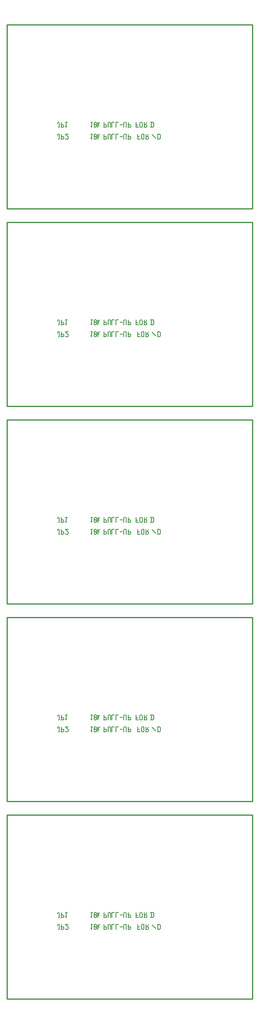
<source format=gbr>
G04 start of page 10 for group -4078 idx -4078 *
G04 Title: (unknown), bottomsilk *
G04 Creator: pcb 4.0.2 *
G04 CreationDate: Sun Oct 16 03:19:17 2022 UTC *
G04 For: ndholmes *
G04 Format: Gerber/RS-274X *
G04 PCB-Dimensions (mil): 3000.00 8100.00 *
G04 PCB-Coordinate-Origin: lower left *
%MOIN*%
%FSLAX25Y25*%
%LNBOTTOMSILK*%
%ADD77C,0.0080*%
%ADD76C,0.0100*%
G54D76*X249500Y479500D02*Y330500D01*
Y319500D02*Y170500D01*
Y159500D02*Y10500D01*
Y330500D02*X50500D01*
Y319500D02*X249500D01*
X50500Y170500D02*Y319500D01*
Y330500D02*Y479500D01*
X249500Y170500D02*X50500D01*
Y159500D02*X249500D01*
Y10500D02*X50500D01*
Y159500D01*
X249500Y650500D02*X50500D01*
Y639500D02*X249500D01*
Y490500D01*
X50500D01*
Y639500D01*
Y799500D02*X249500D01*
Y650500D01*
X50500D02*Y799500D01*
Y479500D02*X249500D01*
G54D77*X118500Y547800D02*X119300Y547000D01*
Y551000D01*
X118500D02*X120000D01*
X121200Y550500D02*X121700Y551000D01*
X121200Y547500D02*Y550500D01*
Y547500D02*X121700Y547000D01*
X122700D01*
X123200Y547500D01*
Y550500D01*
X122700Y551000D02*X123200Y550500D01*
X121700Y551000D02*X122700D01*
X121200Y550000D02*X123200Y548000D01*
X124400Y547000D02*Y551000D01*
Y549500D02*X125900Y551000D01*
X124400Y549500D02*X125400Y548500D01*
X129400Y547000D02*Y551000D01*
X128900Y547000D02*X130900D01*
X131400Y547500D01*
Y548500D01*
X130900Y549000D02*X131400Y548500D01*
X129400Y549000D02*X130900D01*
X132600Y547000D02*Y550500D01*
X133100Y551000D01*
X134100D01*
X134600Y550500D01*
Y547000D02*Y550500D01*
X135800Y547000D02*Y551000D01*
X137800D01*
X139000Y547000D02*Y551000D01*
X141000D01*
X142200Y549000D02*X144200D01*
X145400Y547000D02*Y550500D01*
X145900Y551000D01*
X146900D01*
X147400Y550500D01*
Y547000D02*Y550500D01*
X149100Y547000D02*Y551000D01*
X148600Y547000D02*X150600D01*
X151100Y547500D01*
Y548500D01*
X150600Y549000D02*X151100Y548500D01*
X149100Y549000D02*X150600D01*
X156500Y547000D02*Y551000D01*
Y547000D02*X158500D01*
X156500Y548800D02*X158000D01*
X159700Y547500D02*Y550500D01*
Y547500D02*X160200Y547000D01*
X161200D01*
X161700Y547500D01*
Y550500D01*
X161200Y551000D02*X161700Y550500D01*
X160200Y551000D02*X161200D01*
X159700Y550500D02*X160200Y551000D01*
X162900Y547000D02*X164900D01*
X165400Y547500D01*
Y548500D01*
X164900Y549000D02*X165400Y548500D01*
X163400Y549000D02*X164900D01*
X163400Y547000D02*Y551000D01*
X164200Y549000D02*X165400Y551000D01*
X168400Y550500D02*X171400Y547500D01*
X173100Y547000D02*Y551000D01*
X174400Y547000D02*X175100Y547700D01*
Y550300D01*
X174400Y551000D02*X175100Y550300D01*
X172600Y551000D02*X174400D01*
X172600Y547000D02*X174400D01*
X118500Y557300D02*X119300Y556500D01*
Y560500D01*
X118500D02*X120000D01*
X121200Y560000D02*X121700Y560500D01*
X121200Y557000D02*Y560000D01*
Y557000D02*X121700Y556500D01*
X122700D01*
X123200Y557000D01*
Y560000D01*
X122700Y560500D02*X123200Y560000D01*
X121700Y560500D02*X122700D01*
X121200Y559500D02*X123200Y557500D01*
X124400Y556500D02*Y560500D01*
Y559000D02*X125900Y560500D01*
X124400Y559000D02*X125400Y558000D01*
X129400Y556500D02*Y560500D01*
X128900Y556500D02*X130900D01*
X131400Y557000D01*
Y558000D01*
X130900Y558500D02*X131400Y558000D01*
X129400Y558500D02*X130900D01*
X132600Y556500D02*Y560000D01*
X133100Y560500D01*
X134100D01*
X134600Y560000D01*
Y556500D02*Y560000D01*
X135800Y556500D02*Y560500D01*
X137800D01*
X139000Y556500D02*Y560500D01*
X141000D01*
X142200Y558500D02*X144200D01*
X145400Y556500D02*Y560000D01*
X145900Y560500D01*
X146900D01*
X147400Y560000D01*
Y556500D02*Y560000D01*
X149100Y556500D02*Y560500D01*
X148600Y556500D02*X150600D01*
X151100Y557000D01*
Y558000D01*
X150600Y558500D02*X151100Y558000D01*
X149100Y558500D02*X150600D01*
X155200Y556500D02*Y560500D01*
Y556500D02*X157200D01*
X155200Y558300D02*X156700D01*
X158400Y557000D02*Y560000D01*
Y557000D02*X158900Y556500D01*
X159900D01*
X160400Y557000D01*
Y560000D01*
X159900Y560500D02*X160400Y560000D01*
X158900Y560500D02*X159900D01*
X158400Y560000D02*X158900Y560500D01*
X161600Y556500D02*X163600D01*
X164100Y557000D01*
Y558000D01*
X163600Y558500D02*X164100Y558000D01*
X162100Y558500D02*X163600D01*
X162100Y556500D02*Y560500D01*
X162900Y558500D02*X164100Y560500D01*
X167600Y556500D02*Y560500D01*
X168900Y556500D02*X169600Y557200D01*
Y559800D01*
X168900Y560500D02*X169600Y559800D01*
X167100Y560500D02*X168900D01*
X167100Y556500D02*X168900D01*
X118500Y707800D02*X119300Y707000D01*
Y711000D01*
X118500D02*X120000D01*
X121200Y710500D02*X121700Y711000D01*
X121200Y707500D02*Y710500D01*
Y707500D02*X121700Y707000D01*
X122700D01*
X123200Y707500D01*
Y710500D01*
X122700Y711000D02*X123200Y710500D01*
X121700Y711000D02*X122700D01*
X121200Y710000D02*X123200Y708000D01*
X124400Y707000D02*Y711000D01*
Y709500D02*X125900Y711000D01*
X124400Y709500D02*X125400Y708500D01*
X129400Y707000D02*Y711000D01*
X128900Y707000D02*X130900D01*
X131400Y707500D01*
Y708500D01*
X130900Y709000D02*X131400Y708500D01*
X129400Y709000D02*X130900D01*
X132600Y707000D02*Y710500D01*
X133100Y711000D01*
X134100D01*
X134600Y710500D01*
Y707000D02*Y710500D01*
X135800Y707000D02*Y711000D01*
X137800D01*
X139000Y707000D02*Y711000D01*
X141000D01*
X142200Y709000D02*X144200D01*
X145400Y707000D02*Y710500D01*
X145900Y711000D01*
X146900D01*
X147400Y710500D01*
Y707000D02*Y710500D01*
X149100Y707000D02*Y711000D01*
X148600Y707000D02*X150600D01*
X151100Y707500D01*
Y708500D01*
X150600Y709000D02*X151100Y708500D01*
X149100Y709000D02*X150600D01*
X156500Y707000D02*Y711000D01*
Y707000D02*X158500D01*
X156500Y708800D02*X158000D01*
X159700Y707500D02*Y710500D01*
Y707500D02*X160200Y707000D01*
X161200D01*
X161700Y707500D01*
Y710500D01*
X161200Y711000D02*X161700Y710500D01*
X160200Y711000D02*X161200D01*
X159700Y710500D02*X160200Y711000D01*
X162900Y707000D02*X164900D01*
X165400Y707500D01*
Y708500D01*
X164900Y709000D02*X165400Y708500D01*
X163400Y709000D02*X164900D01*
X163400Y707000D02*Y711000D01*
X164200Y709000D02*X165400Y711000D01*
X168400Y710500D02*X171400Y707500D01*
X173100Y707000D02*Y711000D01*
X174400Y707000D02*X175100Y707700D01*
Y710300D01*
X174400Y711000D02*X175100Y710300D01*
X172600Y711000D02*X174400D01*
X172600Y707000D02*X174400D01*
X118500Y717300D02*X119300Y716500D01*
Y720500D01*
X118500D02*X120000D01*
X121200Y720000D02*X121700Y720500D01*
X121200Y717000D02*Y720000D01*
Y717000D02*X121700Y716500D01*
X122700D01*
X123200Y717000D01*
Y720000D01*
X122700Y720500D02*X123200Y720000D01*
X121700Y720500D02*X122700D01*
X121200Y719500D02*X123200Y717500D01*
X124400Y716500D02*Y720500D01*
Y719000D02*X125900Y720500D01*
X124400Y719000D02*X125400Y718000D01*
X129400Y716500D02*Y720500D01*
X128900Y716500D02*X130900D01*
X131400Y717000D01*
Y718000D01*
X130900Y718500D02*X131400Y718000D01*
X129400Y718500D02*X130900D01*
X132600Y716500D02*Y720000D01*
X133100Y720500D01*
X134100D01*
X134600Y720000D01*
Y716500D02*Y720000D01*
X135800Y716500D02*Y720500D01*
X137800D01*
X139000Y716500D02*Y720500D01*
X141000D01*
X142200Y718500D02*X144200D01*
X145400Y716500D02*Y720000D01*
X145900Y720500D01*
X146900D01*
X147400Y720000D01*
Y716500D02*Y720000D01*
X149100Y716500D02*Y720500D01*
X148600Y716500D02*X150600D01*
X151100Y717000D01*
Y718000D01*
X150600Y718500D02*X151100Y718000D01*
X149100Y718500D02*X150600D01*
X155200Y716500D02*Y720500D01*
Y716500D02*X157200D01*
X155200Y718300D02*X156700D01*
X158400Y717000D02*Y720000D01*
Y717000D02*X158900Y716500D01*
X159900D01*
X160400Y717000D01*
Y720000D01*
X159900Y720500D02*X160400Y720000D01*
X158900Y720500D02*X159900D01*
X158400Y720000D02*X158900Y720500D01*
X161600Y716500D02*X163600D01*
X164100Y717000D01*
Y718000D01*
X163600Y718500D02*X164100Y718000D01*
X162100Y718500D02*X163600D01*
X162100Y716500D02*Y720500D01*
X162900Y718500D02*X164100Y720500D01*
X167600Y716500D02*Y720500D01*
X168900Y716500D02*X169600Y717200D01*
Y719800D01*
X168900Y720500D02*X169600Y719800D01*
X167100Y720500D02*X168900D01*
X167100Y716500D02*X168900D01*
X118500Y387800D02*X119300Y387000D01*
Y391000D01*
X118500D02*X120000D01*
X121200Y390500D02*X121700Y391000D01*
X121200Y387500D02*Y390500D01*
Y387500D02*X121700Y387000D01*
X122700D01*
X123200Y387500D01*
Y390500D01*
X122700Y391000D02*X123200Y390500D01*
X121700Y391000D02*X122700D01*
X121200Y390000D02*X123200Y388000D01*
X124400Y387000D02*Y391000D01*
Y389500D02*X125900Y391000D01*
X124400Y389500D02*X125400Y388500D01*
X129400Y387000D02*Y391000D01*
X128900Y387000D02*X130900D01*
X131400Y387500D01*
Y388500D01*
X130900Y389000D02*X131400Y388500D01*
X129400Y389000D02*X130900D01*
X132600Y387000D02*Y390500D01*
X133100Y391000D01*
X134100D01*
X134600Y390500D01*
Y387000D02*Y390500D01*
X135800Y387000D02*Y391000D01*
X137800D01*
X139000Y387000D02*Y391000D01*
X141000D01*
X142200Y389000D02*X144200D01*
X145400Y387000D02*Y390500D01*
X145900Y391000D01*
X146900D01*
X147400Y390500D01*
Y387000D02*Y390500D01*
X149100Y387000D02*Y391000D01*
X148600Y387000D02*X150600D01*
X151100Y387500D01*
Y388500D01*
X150600Y389000D02*X151100Y388500D01*
X149100Y389000D02*X150600D01*
X118500Y227800D02*X119300Y227000D01*
Y231000D01*
X118500D02*X120000D01*
X121200Y230500D02*X121700Y231000D01*
X121200Y227500D02*Y230500D01*
Y227500D02*X121700Y227000D01*
X122700D01*
X123200Y227500D01*
Y230500D01*
X122700Y231000D02*X123200Y230500D01*
X121700Y231000D02*X122700D01*
X121200Y230000D02*X123200Y228000D01*
X124400Y227000D02*Y231000D01*
Y229500D02*X125900Y231000D01*
X124400Y229500D02*X125400Y228500D01*
X129400Y227000D02*Y231000D01*
X128900Y227000D02*X130900D01*
X131400Y227500D01*
Y228500D01*
X130900Y229000D02*X131400Y228500D01*
X129400Y229000D02*X130900D01*
X132600Y227000D02*Y230500D01*
X133100Y231000D01*
X134100D01*
X134600Y230500D01*
Y227000D02*Y230500D01*
X135800Y227000D02*Y231000D01*
X137800D01*
X139000Y227000D02*Y231000D01*
X141000D01*
X142200Y229000D02*X144200D01*
X145400Y227000D02*Y230500D01*
X145900Y231000D01*
X146900D01*
X147400Y230500D01*
Y227000D02*Y230500D01*
X149100Y227000D02*Y231000D01*
X148600Y227000D02*X150600D01*
X151100Y227500D01*
Y228500D01*
X150600Y229000D02*X151100Y228500D01*
X149100Y229000D02*X150600D01*
X118500Y237300D02*X119300Y236500D01*
Y240500D01*
X118500D02*X120000D01*
X121200Y240000D02*X121700Y240500D01*
X121200Y237000D02*Y240000D01*
Y237000D02*X121700Y236500D01*
X122700D01*
X123200Y237000D01*
Y240000D01*
X122700Y240500D02*X123200Y240000D01*
X121700Y240500D02*X122700D01*
X121200Y239500D02*X123200Y237500D01*
X124400Y236500D02*Y240500D01*
Y239000D02*X125900Y240500D01*
X124400Y239000D02*X125400Y238000D01*
X129400Y236500D02*Y240500D01*
X128900Y236500D02*X130900D01*
X131400Y237000D01*
Y238000D01*
X130900Y238500D02*X131400Y238000D01*
X129400Y238500D02*X130900D01*
X132600Y236500D02*Y240000D01*
X133100Y240500D01*
X134100D01*
X134600Y240000D01*
Y236500D02*Y240000D01*
X135800Y236500D02*Y240500D01*
X137800D01*
X139000Y236500D02*Y240500D01*
X141000D01*
X142200Y238500D02*X144200D01*
X145400Y236500D02*Y240000D01*
X145900Y240500D01*
X146900D01*
X147400Y240000D01*
Y236500D02*Y240000D01*
X149100Y236500D02*Y240500D01*
X148600Y236500D02*X150600D01*
X151100Y237000D01*
Y238000D01*
X150600Y238500D02*X151100Y238000D01*
X149100Y238500D02*X150600D01*
X118500Y67800D02*X119300Y67000D01*
Y71000D01*
X118500D02*X120000D01*
X121200Y70500D02*X121700Y71000D01*
X121200Y67500D02*Y70500D01*
Y67500D02*X121700Y67000D01*
X122700D01*
X123200Y67500D01*
Y70500D01*
X122700Y71000D02*X123200Y70500D01*
X121700Y71000D02*X122700D01*
X121200Y70000D02*X123200Y68000D01*
X124400Y67000D02*Y71000D01*
Y69500D02*X125900Y71000D01*
X124400Y69500D02*X125400Y68500D01*
X129400Y67000D02*Y71000D01*
X128900Y67000D02*X130900D01*
X131400Y67500D01*
Y68500D01*
X130900Y69000D02*X131400Y68500D01*
X129400Y69000D02*X130900D01*
X132600Y67000D02*Y70500D01*
X133100Y71000D01*
X134100D01*
X134600Y70500D01*
Y67000D02*Y70500D01*
X135800Y67000D02*Y71000D01*
X137800D01*
X139000Y67000D02*Y71000D01*
X141000D01*
X142200Y69000D02*X144200D01*
X145400Y67000D02*Y70500D01*
X145900Y71000D01*
X146900D01*
X147400Y70500D01*
Y67000D02*Y70500D01*
X149100Y67000D02*Y71000D01*
X148600Y67000D02*X150600D01*
X151100Y67500D01*
Y68500D01*
X150600Y69000D02*X151100Y68500D01*
X149100Y69000D02*X150600D01*
X118500Y77300D02*X119300Y76500D01*
Y80500D01*
X118500D02*X120000D01*
X121200Y80000D02*X121700Y80500D01*
X121200Y77000D02*Y80000D01*
Y77000D02*X121700Y76500D01*
X122700D01*
X123200Y77000D01*
Y80000D01*
X122700Y80500D02*X123200Y80000D01*
X121700Y80500D02*X122700D01*
X121200Y79500D02*X123200Y77500D01*
X124400Y76500D02*Y80500D01*
Y79000D02*X125900Y80500D01*
X124400Y79000D02*X125400Y78000D01*
X129400Y76500D02*Y80500D01*
X128900Y76500D02*X130900D01*
X131400Y77000D01*
Y78000D01*
X130900Y78500D02*X131400Y78000D01*
X129400Y78500D02*X130900D01*
X132600Y76500D02*Y80000D01*
X133100Y80500D01*
X134100D01*
X134600Y80000D01*
Y76500D02*Y80000D01*
X135800Y76500D02*Y80500D01*
X137800D01*
X139000Y76500D02*Y80500D01*
X141000D01*
X142200Y78500D02*X144200D01*
X145400Y76500D02*Y80000D01*
X145900Y80500D01*
X146900D01*
X147400Y80000D01*
Y76500D02*Y80000D01*
X149100Y76500D02*Y80500D01*
X148600Y76500D02*X150600D01*
X151100Y77000D01*
Y78000D01*
X150600Y78500D02*X151100Y78000D01*
X149100Y78500D02*X150600D01*
X156500Y387000D02*Y391000D01*
Y387000D02*X158500D01*
X156500Y388800D02*X158000D01*
X159700Y387500D02*Y390500D01*
Y387500D02*X160200Y387000D01*
X161200D01*
X161700Y387500D01*
Y390500D01*
X161200Y391000D02*X161700Y390500D01*
X160200Y391000D02*X161200D01*
X159700Y390500D02*X160200Y391000D01*
X162900Y387000D02*X164900D01*
X165400Y387500D01*
Y388500D01*
X164900Y389000D02*X165400Y388500D01*
X163400Y389000D02*X164900D01*
X163400Y387000D02*Y391000D01*
X164200Y389000D02*X165400Y391000D01*
X168400Y390500D02*X171400Y387500D01*
X173100Y387000D02*Y391000D01*
X174400Y387000D02*X175100Y387700D01*
Y390300D01*
X174400Y391000D02*X175100Y390300D01*
X172600Y391000D02*X174400D01*
X172600Y387000D02*X174400D01*
X156500Y227000D02*Y231000D01*
Y227000D02*X158500D01*
X156500Y228800D02*X158000D01*
X159700Y227500D02*Y230500D01*
Y227500D02*X160200Y227000D01*
X161200D01*
X161700Y227500D01*
Y230500D01*
X161200Y231000D02*X161700Y230500D01*
X160200Y231000D02*X161200D01*
X159700Y230500D02*X160200Y231000D01*
X162900Y227000D02*X164900D01*
X165400Y227500D01*
Y228500D01*
X164900Y229000D02*X165400Y228500D01*
X163400Y229000D02*X164900D01*
X163400Y227000D02*Y231000D01*
X164200Y229000D02*X165400Y231000D01*
X168400Y230500D02*X171400Y227500D01*
X173100Y227000D02*Y231000D01*
X174400Y227000D02*X175100Y227700D01*
Y230300D01*
X174400Y231000D02*X175100Y230300D01*
X172600Y231000D02*X174400D01*
X172600Y227000D02*X174400D01*
X155200Y236500D02*Y240500D01*
Y236500D02*X157200D01*
X155200Y238300D02*X156700D01*
X158400Y237000D02*Y240000D01*
Y237000D02*X158900Y236500D01*
X159900D01*
X160400Y237000D01*
Y240000D01*
X159900Y240500D02*X160400Y240000D01*
X158900Y240500D02*X159900D01*
X158400Y240000D02*X158900Y240500D01*
X161600Y236500D02*X163600D01*
X164100Y237000D01*
Y238000D01*
X163600Y238500D02*X164100Y238000D01*
X162100Y238500D02*X163600D01*
X162100Y236500D02*Y240500D01*
X162900Y238500D02*X164100Y240500D01*
X167600Y236500D02*Y240500D01*
X168900Y236500D02*X169600Y237200D01*
Y239800D01*
X168900Y240500D02*X169600Y239800D01*
X167100Y240500D02*X168900D01*
X167100Y236500D02*X168900D01*
X156500Y67000D02*Y71000D01*
Y67000D02*X158500D01*
X156500Y68800D02*X158000D01*
X159700Y67500D02*Y70500D01*
Y67500D02*X160200Y67000D01*
X161200D01*
X161700Y67500D01*
Y70500D01*
X161200Y71000D02*X161700Y70500D01*
X160200Y71000D02*X161200D01*
X159700Y70500D02*X160200Y71000D01*
X162900Y67000D02*X164900D01*
X165400Y67500D01*
Y68500D01*
X164900Y69000D02*X165400Y68500D01*
X163400Y69000D02*X164900D01*
X163400Y67000D02*Y71000D01*
X164200Y69000D02*X165400Y71000D01*
X168400Y70500D02*X171400Y67500D01*
X173100Y67000D02*Y71000D01*
X174400Y67000D02*X175100Y67700D01*
Y70300D01*
X174400Y71000D02*X175100Y70300D01*
X172600Y71000D02*X174400D01*
X172600Y67000D02*X174400D01*
X155200Y76500D02*Y80500D01*
Y76500D02*X157200D01*
X155200Y78300D02*X156700D01*
X158400Y77000D02*Y80000D01*
Y77000D02*X158900Y76500D01*
X159900D01*
X160400Y77000D01*
Y80000D01*
X159900Y80500D02*X160400Y80000D01*
X158900Y80500D02*X159900D01*
X158400Y80000D02*X158900Y80500D01*
X161600Y76500D02*X163600D01*
X164100Y77000D01*
Y78000D01*
X163600Y78500D02*X164100Y78000D01*
X162100Y78500D02*X163600D01*
X162100Y76500D02*Y80500D01*
X162900Y78500D02*X164100Y80500D01*
X167600Y76500D02*Y80500D01*
X168900Y76500D02*X169600Y77200D01*
Y79800D01*
X168900Y80500D02*X169600Y79800D01*
X167100Y80500D02*X168900D01*
X167100Y76500D02*X168900D01*
X118500Y397300D02*X119300Y396500D01*
Y400500D01*
X118500D02*X120000D01*
X121200Y400000D02*X121700Y400500D01*
X121200Y397000D02*Y400000D01*
Y397000D02*X121700Y396500D01*
X122700D01*
X123200Y397000D01*
Y400000D01*
X122700Y400500D02*X123200Y400000D01*
X121700Y400500D02*X122700D01*
X121200Y399500D02*X123200Y397500D01*
X124400Y396500D02*Y400500D01*
Y399000D02*X125900Y400500D01*
X124400Y399000D02*X125400Y398000D01*
X129400Y396500D02*Y400500D01*
X128900Y396500D02*X130900D01*
X131400Y397000D01*
Y398000D01*
X130900Y398500D02*X131400Y398000D01*
X129400Y398500D02*X130900D01*
X132600Y396500D02*Y400000D01*
X133100Y400500D01*
X134100D01*
X134600Y400000D01*
Y396500D02*Y400000D01*
X135800Y396500D02*Y400500D01*
X137800D01*
X139000Y396500D02*Y400500D01*
X141000D01*
X142200Y398500D02*X144200D01*
X145400Y396500D02*Y400000D01*
X145900Y400500D01*
X146900D01*
X147400Y400000D01*
Y396500D02*Y400000D01*
X149100Y396500D02*Y400500D01*
X148600Y396500D02*X150600D01*
X151100Y397000D01*
Y398000D01*
X150600Y398500D02*X151100Y398000D01*
X149100Y398500D02*X150600D01*
X155200Y396500D02*Y400500D01*
Y396500D02*X157200D01*
X155200Y398300D02*X156700D01*
X158400Y397000D02*Y400000D01*
Y397000D02*X158900Y396500D01*
X159900D01*
X160400Y397000D01*
Y400000D01*
X159900Y400500D02*X160400Y400000D01*
X158900Y400500D02*X159900D01*
X158400Y400000D02*X158900Y400500D01*
X161600Y396500D02*X163600D01*
X164100Y397000D01*
Y398000D01*
X163600Y398500D02*X164100Y398000D01*
X162100Y398500D02*X163600D01*
X162100Y396500D02*Y400500D01*
X162900Y398500D02*X164100Y400500D01*
X167600Y396500D02*Y400500D01*
X168900Y396500D02*X169600Y397200D01*
Y399800D01*
X168900Y400500D02*X169600Y399800D01*
X167100Y400500D02*X168900D01*
X167100Y396500D02*X168900D01*
X92200Y67000D02*X93000D01*
Y70500D01*
X92500Y71000D02*X93000Y70500D01*
X92000Y71000D02*X92500D01*
X91500Y70500D02*X92000Y71000D01*
X91500Y70000D02*Y70500D01*
X94700Y67000D02*Y71000D01*
X94200Y67000D02*X96200D01*
X96700Y67500D01*
Y68500D01*
X96200Y69000D02*X96700Y68500D01*
X94700Y69000D02*X96200D01*
X97900Y67500D02*X98400Y67000D01*
X99900D01*
X100400Y67500D01*
Y68500D01*
X97900Y71000D02*X100400Y68500D01*
X97900Y71000D02*X100400D01*
X92300Y76543D02*X93100D01*
Y80043D01*
X92600Y80543D02*X93100Y80043D01*
X92100Y80543D02*X92600D01*
X91600Y80043D02*X92100Y80543D01*
X91600Y79543D02*Y80043D01*
X94800Y76543D02*Y80543D01*
X94300Y76543D02*X96300D01*
X96800Y77043D01*
Y78043D01*
X96300Y78543D02*X96800Y78043D01*
X94800Y78543D02*X96300D01*
X98000Y77343D02*X98800Y76543D01*
Y80543D01*
X98000D02*X99500D01*
X92200Y707000D02*X93000D01*
Y710500D01*
X92500Y711000D02*X93000Y710500D01*
X92000Y711000D02*X92500D01*
X91500Y710500D02*X92000Y711000D01*
X91500Y710000D02*Y710500D01*
X94700Y707000D02*Y711000D01*
X94200Y707000D02*X96200D01*
X96700Y707500D01*
Y708500D01*
X96200Y709000D02*X96700Y708500D01*
X94700Y709000D02*X96200D01*
X97900Y707500D02*X98400Y707000D01*
X99900D01*
X100400Y707500D01*
Y708500D01*
X97900Y711000D02*X100400Y708500D01*
X97900Y711000D02*X100400D01*
X92300Y716543D02*X93100D01*
Y720043D01*
X92600Y720543D02*X93100Y720043D01*
X92100Y720543D02*X92600D01*
X91600Y720043D02*X92100Y720543D01*
X91600Y719543D02*Y720043D01*
X94800Y716543D02*Y720543D01*
X94300Y716543D02*X96300D01*
X96800Y717043D01*
Y718043D01*
X96300Y718543D02*X96800Y718043D01*
X94800Y718543D02*X96300D01*
X98000Y717343D02*X98800Y716543D01*
Y720543D01*
X98000D02*X99500D01*
X92200Y547000D02*X93000D01*
Y550500D01*
X92500Y551000D02*X93000Y550500D01*
X92000Y551000D02*X92500D01*
X91500Y550500D02*X92000Y551000D01*
X91500Y550000D02*Y550500D01*
X94700Y547000D02*Y551000D01*
X94200Y547000D02*X96200D01*
X96700Y547500D01*
Y548500D01*
X96200Y549000D02*X96700Y548500D01*
X94700Y549000D02*X96200D01*
X97900Y547500D02*X98400Y547000D01*
X99900D01*
X100400Y547500D01*
Y548500D01*
X97900Y551000D02*X100400Y548500D01*
X97900Y551000D02*X100400D01*
X92300Y556543D02*X93100D01*
Y560043D01*
X92600Y560543D02*X93100Y560043D01*
X92100Y560543D02*X92600D01*
X91600Y560043D02*X92100Y560543D01*
X91600Y559543D02*Y560043D01*
X94800Y556543D02*Y560543D01*
X94300Y556543D02*X96300D01*
X96800Y557043D01*
Y558043D01*
X96300Y558543D02*X96800Y558043D01*
X94800Y558543D02*X96300D01*
X98000Y557343D02*X98800Y556543D01*
Y560543D01*
X98000D02*X99500D01*
X92200Y387000D02*X93000D01*
Y390500D01*
X92500Y391000D02*X93000Y390500D01*
X92000Y391000D02*X92500D01*
X91500Y390500D02*X92000Y391000D01*
X91500Y390000D02*Y390500D01*
X94700Y387000D02*Y391000D01*
X94200Y387000D02*X96200D01*
X96700Y387500D01*
Y388500D01*
X96200Y389000D02*X96700Y388500D01*
X94700Y389000D02*X96200D01*
X97900Y387500D02*X98400Y387000D01*
X99900D01*
X100400Y387500D01*
Y388500D01*
X97900Y391000D02*X100400Y388500D01*
X97900Y391000D02*X100400D01*
X92300Y396543D02*X93100D01*
Y400043D01*
X92600Y400543D02*X93100Y400043D01*
X92100Y400543D02*X92600D01*
X91600Y400043D02*X92100Y400543D01*
X91600Y399543D02*Y400043D01*
X94800Y396543D02*Y400543D01*
X94300Y396543D02*X96300D01*
X96800Y397043D01*
Y398043D01*
X96300Y398543D02*X96800Y398043D01*
X94800Y398543D02*X96300D01*
X98000Y397343D02*X98800Y396543D01*
Y400543D01*
X98000D02*X99500D01*
X92200Y227000D02*X93000D01*
Y230500D01*
X92500Y231000D02*X93000Y230500D01*
X92000Y231000D02*X92500D01*
X91500Y230500D02*X92000Y231000D01*
X91500Y230000D02*Y230500D01*
X94700Y227000D02*Y231000D01*
X94200Y227000D02*X96200D01*
X96700Y227500D01*
Y228500D01*
X96200Y229000D02*X96700Y228500D01*
X94700Y229000D02*X96200D01*
X97900Y227500D02*X98400Y227000D01*
X99900D01*
X100400Y227500D01*
Y228500D01*
X97900Y231000D02*X100400Y228500D01*
X97900Y231000D02*X100400D01*
X92300Y236543D02*X93100D01*
Y240043D01*
X92600Y240543D02*X93100Y240043D01*
X92100Y240543D02*X92600D01*
X91600Y240043D02*X92100Y240543D01*
X91600Y239543D02*Y240043D01*
X94800Y236543D02*Y240543D01*
X94300Y236543D02*X96300D01*
X96800Y237043D01*
Y238043D01*
X96300Y238543D02*X96800Y238043D01*
X94800Y238543D02*X96300D01*
X98000Y237343D02*X98800Y236543D01*
Y240543D01*
X98000D02*X99500D01*
M02*

</source>
